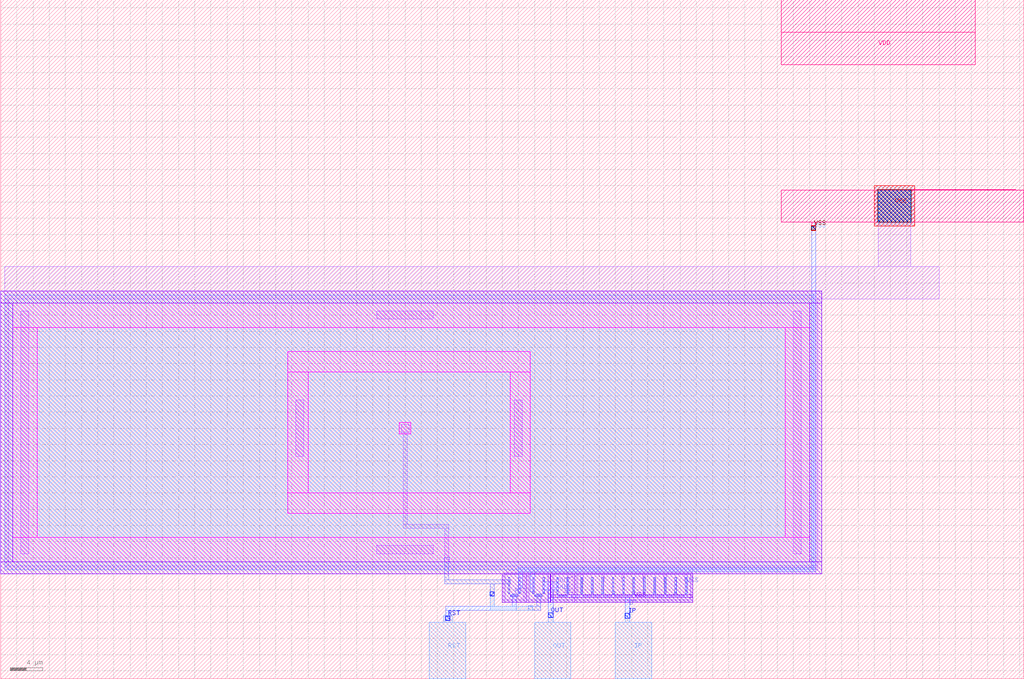
<source format=lef>
VERSION 5.7 ;
  NOWIREEXTENSIONATPIN ON ;
  DIVIDERCHAR "/" ;
  BUSBITCHARS "[]" ;
MACRO APS
  CLASS BLOCK ;
  FOREIGN APS ;
  ORIGIN -150.000 13.000 ;
  SIZE 126.500 BY 84.000 ;
  PIN VDD
    DIRECTION INPUT ;
    USE POWER ;
    PORT
      LAYER met4 ;
        RECT 246.500 67.000 270.500 71.000 ;
        RECT 246.500 63.000 270.470 67.000 ;
    END
  END VDD
  PIN VSS
    DIRECTION INPUT ;
    USE GROUND ;
    PORT
      LAYER pwell ;
        RECT 150.000 33.500 251.500 35.000 ;
        RECT 150.000 1.500 151.500 33.500 ;
        RECT 250.000 1.500 251.500 33.500 ;
        RECT 150.000 0.000 251.500 1.500 ;
        RECT 212.000 -3.500 214.960 0.000 ;
        RECT 215.000 -3.500 217.960 0.000 ;
        RECT 218.000 -2.600 220.960 0.000 ;
        RECT 221.000 -2.600 235.570 0.000 ;
        RECT 218.000 -2.900 235.570 -2.600 ;
        RECT 218.000 -3.500 220.960 -2.900 ;
        RECT 221.000 -3.500 235.570 -2.900 ;
      LAYER li1 ;
        RECT 258.500 38.000 262.500 47.500 ;
        RECT 150.500 34.000 266.000 38.000 ;
        RECT 150.500 1.000 151.000 34.000 ;
        RECT 250.500 1.000 251.000 34.000 ;
        RECT 150.500 0.500 251.000 1.000 ;
        RECT 212.500 0.110 235.500 0.500 ;
        RECT 212.180 0.000 235.500 0.110 ;
        RECT 212.180 -0.060 214.780 0.000 ;
        RECT 212.180 -3.150 212.350 -0.060 ;
        RECT 214.040 -2.470 214.210 -0.430 ;
        RECT 214.610 -3.150 214.780 -0.060 ;
        RECT 212.180 -3.320 214.780 -3.150 ;
        RECT 215.180 -0.060 217.780 0.000 ;
        RECT 215.180 -3.150 215.350 -0.060 ;
        RECT 215.750 -2.470 215.920 -0.430 ;
        RECT 217.610 -3.150 217.780 -0.060 ;
        RECT 215.180 -3.320 217.780 -3.150 ;
        RECT 218.180 -0.060 220.780 0.000 ;
        RECT 218.180 -3.150 218.350 -0.060 ;
        RECT 220.100 -0.430 220.780 -0.060 ;
        RECT 220.040 -2.300 220.780 -0.430 ;
        RECT 220.040 -2.470 220.210 -2.300 ;
        RECT 220.610 -3.150 220.780 -2.300 ;
        RECT 218.180 -3.320 220.780 -3.150 ;
        RECT 221.180 -0.060 235.390 0.000 ;
        RECT 221.180 -3.150 221.350 -0.060 ;
        RECT 221.700 -0.900 222.000 -0.060 ;
        RECT 224.300 -0.900 224.600 -0.060 ;
        RECT 226.800 -0.900 227.100 -0.060 ;
        RECT 229.400 -0.900 229.700 -0.060 ;
        RECT 232.000 -0.900 232.300 -0.060 ;
        RECT 234.600 -0.900 234.900 -0.060 ;
        RECT 221.750 -2.470 221.920 -0.900 ;
        RECT 224.330 -2.470 224.500 -0.900 ;
        RECT 226.910 -2.470 227.080 -0.900 ;
        RECT 229.490 -2.470 229.660 -0.900 ;
        RECT 232.070 -2.470 232.240 -0.900 ;
        RECT 234.650 -2.470 234.820 -0.900 ;
        RECT 235.220 -3.150 235.390 -0.060 ;
        RECT 221.180 -3.320 235.390 -3.150 ;
      LAYER mcon ;
        RECT 258.500 43.500 262.500 47.500 ;
        RECT 214.040 -2.390 214.210 -0.510 ;
        RECT 215.750 -2.390 215.920 -0.510 ;
        RECT 220.040 -2.390 220.210 -0.510 ;
        RECT 221.750 -2.390 221.920 -0.510 ;
        RECT 224.330 -2.390 224.500 -0.510 ;
        RECT 226.910 -2.390 227.080 -0.510 ;
        RECT 229.490 -2.390 229.660 -0.510 ;
        RECT 232.070 -2.390 232.240 -0.510 ;
        RECT 234.650 -2.390 234.820 -0.510 ;
      LAYER met1 ;
        RECT 258.470 47.530 262.530 47.560 ;
        RECT 258.440 43.470 262.560 47.530 ;
        RECT 250.250 0.750 250.750 43.030 ;
        RECT 214.000 0.250 250.750 0.750 ;
        RECT 214.000 -1.750 214.500 0.250 ;
        RECT 214.010 -2.450 214.240 -1.750 ;
        RECT 215.500 -2.250 216.000 0.250 ;
        RECT 215.720 -2.450 215.950 -2.250 ;
        RECT 220.010 -2.450 220.240 -0.450 ;
        RECT 221.720 -2.450 221.950 -0.450 ;
        RECT 224.300 -2.450 224.530 -0.450 ;
        RECT 226.880 -2.450 227.110 -0.450 ;
        RECT 229.460 -2.450 229.690 -0.450 ;
        RECT 232.040 -2.450 232.270 -0.450 ;
        RECT 234.620 -2.450 234.850 -0.450 ;
      LAYER via ;
        RECT 258.470 43.530 262.530 47.530 ;
        RECT 250.250 42.500 250.750 43.000 ;
      LAYER met2 ;
        RECT 250.250 43.000 250.750 43.045 ;
        RECT 258.000 43.000 263.000 48.000 ;
        RECT 250.220 42.500 250.780 43.000 ;
        RECT 250.250 42.455 250.750 42.500 ;
      LAYER via2 ;
        RECT 258.470 43.530 262.530 47.530 ;
        RECT 250.250 42.500 250.750 43.000 ;
      LAYER met3 ;
        RECT 250.225 42.475 250.775 43.055 ;
        RECT 258.000 43.000 263.000 48.000 ;
      LAYER via3 ;
        RECT 258.445 43.505 262.555 47.555 ;
        RECT 250.225 42.525 250.775 43.025 ;
      LAYER met4 ;
        RECT 258.440 47.530 262.560 47.560 ;
        RECT 258.440 47.500 275.500 47.530 ;
        RECT 246.500 43.500 276.500 47.500 ;
        RECT 250.250 43.030 250.750 43.500 ;
        RECT 250.220 42.520 250.780 43.030 ;
    END
  END VSS
  PIN RST
    DIRECTION INPUT ;
    USE SIGNAL ;
    ANTENNAGATEAREA 2.000000 ;
    PORT
      LAYER li1 ;
        RECT 212.980 -2.810 213.980 -2.640 ;
      LAYER mcon ;
        RECT 213.060 -2.810 213.900 -2.640 ;
      LAYER met1 ;
        RECT 213.250 -2.610 213.750 -2.500 ;
        RECT 213.000 -2.840 213.960 -2.610 ;
        RECT 213.250 -4.000 213.750 -2.840 ;
        RECT 205.000 -4.500 213.750 -4.000 ;
        RECT 205.000 -5.200 205.500 -4.500 ;
        RECT 204.950 -5.800 205.550 -5.200 ;
      LAYER via ;
        RECT 205.000 -5.750 205.500 -5.250 ;
      LAYER met2 ;
        RECT 204.800 -6.000 205.800 -5.150 ;
        RECT 203.000 -13.000 207.500 -6.000 ;
    END
  END RST
  PIN OUT
    DIRECTION OUTPUT ;
    USE SIGNAL ;
    ANTENNADIFFAREA 1.160000 ;
    PORT
      LAYER li1 ;
        RECT 217.040 -2.470 217.210 -0.430 ;
        RECT 218.750 -2.470 218.920 -0.430 ;
      LAYER mcon ;
        RECT 217.040 -2.390 217.210 -0.510 ;
        RECT 218.750 -2.390 218.920 -0.510 ;
      LAYER met1 ;
        RECT 217.010 -1.000 217.240 -0.450 ;
        RECT 218.720 -1.000 218.950 -0.450 ;
        RECT 217.000 -2.000 218.950 -1.000 ;
        RECT 217.010 -2.450 217.240 -2.000 ;
        RECT 217.700 -5.430 218.300 -2.000 ;
        RECT 218.720 -2.450 218.950 -2.000 ;
      LAYER via ;
        RECT 217.700 -5.400 218.300 -4.800 ;
      LAYER met2 ;
        RECT 217.670 -5.400 218.330 -4.800 ;
        RECT 217.700 -6.000 218.300 -5.400 ;
        RECT 216.000 -13.000 220.500 -6.000 ;
    END
  END OUT
  PIN IP
    DIRECTION INPUT ;
    USE SIGNAL ;
    ANTENNAGATEAREA 2.000000 ;
    ANTENNADIFFAREA 2.900000 ;
    PORT
      LAYER li1 ;
        RECT 223.040 -2.470 223.210 -0.430 ;
        RECT 225.620 -2.470 225.790 -0.430 ;
        RECT 228.200 -2.470 228.370 -0.430 ;
        RECT 230.780 -2.470 230.950 -0.430 ;
        RECT 233.360 -2.470 233.530 -0.430 ;
        RECT 218.980 -2.810 219.980 -2.640 ;
      LAYER mcon ;
        RECT 223.040 -2.390 223.210 -0.510 ;
        RECT 225.620 -2.390 225.790 -0.510 ;
        RECT 228.200 -2.390 228.370 -0.510 ;
        RECT 230.780 -2.390 230.950 -0.510 ;
        RECT 233.360 -2.390 233.530 -0.510 ;
        RECT 219.060 -2.810 219.900 -2.640 ;
      LAYER met1 ;
        RECT 223.010 -2.200 223.240 -0.450 ;
        RECT 225.590 -2.200 225.820 -0.450 ;
        RECT 228.170 -2.200 228.400 -0.450 ;
        RECT 230.750 -2.200 230.980 -0.450 ;
        RECT 233.330 -2.200 233.560 -0.450 ;
        RECT 223.000 -2.600 223.300 -2.200 ;
        RECT 225.590 -2.450 225.900 -2.200 ;
        RECT 225.600 -2.600 225.900 -2.450 ;
        RECT 228.100 -2.600 228.400 -2.200 ;
        RECT 230.700 -2.600 231.000 -2.200 ;
        RECT 233.300 -2.600 233.600 -2.200 ;
        RECT 218.900 -2.900 234.800 -2.600 ;
        RECT 227.200 -5.530 227.800 -2.900 ;
      LAYER via ;
        RECT 227.200 -5.500 227.800 -4.900 ;
      LAYER met2 ;
        RECT 227.170 -5.500 227.830 -4.900 ;
        RECT 227.200 -6.000 227.800 -5.500 ;
        RECT 226.000 -13.000 230.500 -6.000 ;
    END
  END IP
  OBS
      LAYER nwell ;
        RECT 151.500 30.500 250.000 33.500 ;
        RECT 151.500 4.500 154.500 30.500 ;
        RECT 185.500 25.000 215.500 27.500 ;
        RECT 185.500 10.000 188.000 25.000 ;
        RECT 199.300 17.300 200.700 18.700 ;
        RECT 213.000 10.000 215.500 25.000 ;
        RECT 185.500 7.500 215.500 10.000 ;
        RECT 247.000 4.500 250.000 30.500 ;
        RECT 151.500 1.500 250.000 4.500 ;
      LAYER li1 ;
        RECT 152.500 2.500 153.500 32.500 ;
        RECT 196.500 31.500 203.500 32.500 ;
        RECT 186.500 14.500 187.500 21.500 ;
        RECT 199.500 17.500 200.500 18.500 ;
        RECT 199.750 6.150 200.250 17.500 ;
        RECT 213.500 14.500 214.500 21.500 ;
        RECT 199.750 5.650 205.400 6.150 ;
        RECT 196.500 2.500 203.500 3.500 ;
        RECT 204.900 1.500 205.400 5.650 ;
        RECT 248.000 2.500 249.000 32.500 ;
        RECT 212.750 -2.470 212.920 -0.430 ;
        RECT 215.980 -2.810 216.980 -2.640 ;
        RECT 221.980 -2.810 222.980 -2.640 ;
        RECT 223.270 -2.810 224.270 -2.640 ;
        RECT 224.560 -2.810 225.560 -2.640 ;
        RECT 225.850 -2.810 226.850 -2.640 ;
        RECT 227.140 -2.810 228.140 -2.640 ;
        RECT 228.430 -2.810 229.430 -2.640 ;
        RECT 229.720 -2.810 230.720 -2.640 ;
        RECT 231.010 -2.810 232.010 -2.640 ;
        RECT 232.300 -2.810 233.300 -2.640 ;
        RECT 233.590 -2.810 234.590 -2.640 ;
      LAYER mcon ;
        RECT 212.750 -2.390 212.920 -0.510 ;
        RECT 216.060 -2.810 216.900 -2.640 ;
      LAYER met1 ;
        RECT 154.500 4.500 247.000 30.500 ;
      LAYER met1 ;
        RECT 204.840 1.470 205.460 2.030 ;
        RECT 204.900 -0.750 205.400 1.470 ;
        RECT 212.720 -0.750 212.950 -0.450 ;
        RECT 204.900 -1.250 213.000 -0.750 ;
        RECT 210.500 -2.780 211.000 -1.250 ;
        RECT 212.720 -2.450 212.950 -1.250 ;
        RECT 216.250 -2.610 216.750 -2.500 ;
        RECT 216.000 -2.840 216.960 -2.610 ;
        RECT 215.250 -4.000 215.750 -3.970 ;
        RECT 216.250 -4.000 216.750 -2.840 ;
        RECT 215.250 -4.500 216.750 -4.000 ;
        RECT 215.250 -4.530 215.750 -4.500 ;
      LAYER via ;
        RECT 210.500 -2.750 211.000 -2.250 ;
      LAYER met2 ;
        RECT 150.500 0.500 250.500 34.500 ;
      LAYER met2 ;
        RECT 210.470 -2.750 211.030 -2.250 ;
        RECT 210.500 -4.000 211.000 -2.750 ;
        RECT 210.500 -4.500 215.780 -4.000 ;
  END
END APS
END LIBRARY


</source>
